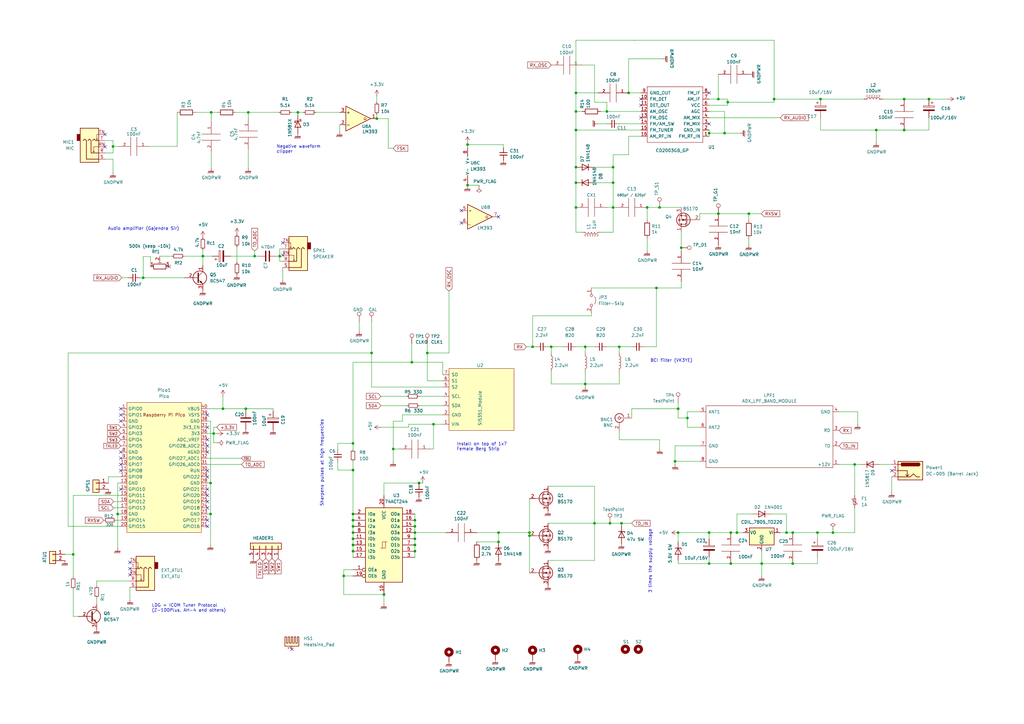
<source format=kicad_sch>
(kicad_sch (version 20211123) (generator eeschema)
  (paper "A3")
  (title_block (title "PDX++ - Pi Pico based DIGITAL MODES HF Transceiver") (date "2022-10-13") (rev "v0.07") (company "WB2CBA, VU3CER"))
  (junction (at 307.1368 87.63))
  (junction (at 290.83 218.44))
  (junction (at 30.0228 227.3808))
  (junction (at 170.18 223.52))
  (junction (at 322.58 218.44))
  (junction (at 144.78 213.36))
  (junction (at 236.22 85.09))
  (junction (at 170.18 226.06))
  (junction (at 144.78 181.864))
  (junction (at 281.94 171.45))
  (junction (at 236.22 53.34))
  (junction (at 218.44 142.24))
  (junction (at 86.36 210.82))
  (junction (at 46.355 60.071))
  (junction (at 248.92 45.72))
  (junction (at 217.17 219.71))
  (junction (at 341.63 218.44))
  (junction (at 170.18 215.9))
  (junction (at 170.18 213.36))
  (junction (at 240.03 157.48))
  (junction (at 86.36 198.12))
  (junction (at 276.86 189.23))
  (junction (at 226.06 142.24))
  (junction (at 171.8564 198.12))
  (junction (at 312.42 231.14))
  (junction (at 325.12 231.14))
  (junction (at 83.2104 105.0544))
  (junction (at 157.48 243.84))
  (junction (at 251.46 68.58))
  (junction (at 191.77 59.309))
  (junction (at 217.17 218.44))
  (junction (at 251.46 74.93))
  (junction (at 297.18 54.61))
  (junction (at 254.9144 214.63))
  (junction (at 350.52 190.5))
  (junction (at 154.559 48.641))
  (junction (at 236.22 45.72))
  (junction (at 265.43 85.09))
  (junction (at 240.03 142.24))
  (junction (at 204.47 222.25))
  (junction (at 251.46 85.09))
  (junction (at 325.12 218.44))
  (junction (at 254 142.24))
  (junction (at 298.45 41.91))
  (junction (at 317.5 40.64))
  (junction (at 91.44 167.64))
  (junction (at 100.838 167.64))
  (junction (at 48.26 210.82))
  (junction (at 370.84 53.34))
  (junction (at 278.13 167.64))
  (junction (at 381 40.64))
  (junction (at 370.84 40.64))
  (junction (at 87.63 177.8))
  (junction (at 236.22 74.93))
  (junction (at 144.78 192.786))
  (junction (at 279.4 101.6))
  (junction (at 250.19 214.63))
  (junction (at 168.91 148.59))
  (junction (at 144.78 218.44))
  (junction (at 175.26 144.78))
  (junction (at 302.26 218.44))
  (junction (at 236.22 38.1))
  (junction (at 161.29 184.15))
  (junction (at 335.28 218.44))
  (junction (at 243.84 214.63))
  (junction (at 170.18 220.98))
  (junction (at 122.174 46.101))
  (junction (at 177.8 173.99))
  (junction (at 299.72 218.44))
  (junction (at 299.72 231.14))
  (junction (at 191.77 75.946))
  (junction (at 294.64 40.64))
  (junction (at 278.13 218.44))
  (junction (at 104.4448 105.0544))
  (junction (at 144.78 210.82))
  (junction (at 144.78 215.9))
  (junction (at 114.7064 105.0544))
  (junction (at 236.22 68.58))
  (junction (at 359.41 53.34))
  (junction (at 336.55 40.64))
  (junction (at 152.4 144.78))
  (junction (at 290.83 231.14))
  (junction (at 140.97 236.22))
  (junction (at 86.614 46.101))
  (junction (at 170.18 218.44))
  (junction (at 290.83 54.61))
  (junction (at 257.81 38.1))
  (junction (at 101.854 46.101))
  (junction (at 144.78 223.52))
  (junction (at 294.64 87.63))
  (junction (at 269.24 118.11))
  (junction (at 270.51 85.09))
  (junction (at 58.7248 113.9444))
  (junction (at 144.78 226.06))
  (junction (at 144.78 220.98))
  (junction (at 204.47 218.44))
  (no_connect (at 49.53 172.72))
  (no_connect (at 115.9764 104.648))
  (no_connect (at 262.89 40.64))
  (no_connect (at 262.89 43.18))
  (no_connect (at 262.89 48.26))
  (no_connect (at 290.83 38.1))
  (no_connect (at 53.2892 235.7628))
  (no_connect (at 85.09 175.26))
  (no_connect (at 85.09 180.34))
  (no_connect (at 85.09 193.04))
  (no_connect (at 69.342 109.3216))
  (no_connect (at 49.53 187.96))
  (no_connect (at 49.53 190.5))
  (no_connect (at 115.9764 99.568))
  (no_connect (at 53.2892 230.6828))
  (no_connect (at 43.053 55.118))
  (no_connect (at 85.09 185.42))
  (no_connect (at 49.53 167.64))
  (no_connect (at 85.09 203.2))
  (no_connect (at 85.09 200.66))
  (no_connect (at 85.09 195.58))
  (no_connect (at 365.76 193.04))
  (no_connect (at 49.53 200.66))
  (no_connect (at 119.7356 266.2936))
  (no_connect (at 189.23 91.44))
  (no_connect (at 204.47 88.9))
  (no_connect (at 189.23 86.36))
  (no_connect (at 49.53 193.04))
  (no_connect (at 85.09 182.88))
  (no_connect (at 85.09 205.74))
  (no_connect (at 85.09 208.28))
  (no_connect (at 290.83 50.8))
  (no_connect (at 49.53 170.18))
  (no_connect (at 43.053 60.198))
  (no_connect (at 85.09 213.36))
  (no_connect (at 85.09 215.9))
  (no_connect (at 49.53 185.42))
  (no_connect (at 53.2892 233.2228))
  (no_connect (at 85.09 170.18))
  (wire (pts (xy 157.48 243.84) (xy 157.48 247.65)))
  (wire (pts (xy 226.06 152.4) (xy 226.06 157.48)))
  (wire (pts (xy 161.29 172.72) (xy 161.29 184.15)))
  (wire (pts (xy 144.78 220.98) (xy 144.78 223.52)))
  (wire (pts (xy 251.46 85.09) (xy 251.46 74.93)))
  (wire (pts (xy 246.38 45.72) (xy 248.92 45.72)))
  (wire (pts (xy 204.47 218.44) (xy 217.17 218.44)))
  (wire (pts (xy 259.08 171.45) (xy 259.08 167.64)))
  (wire (pts (xy 290.83 231.14) (xy 290.83 228.6)))
  (wire (pts (xy 236.22 85.09) (xy 236.22 95.25)))
  (wire (pts (xy 294.64 30.48) (xy 294.64 40.64)))
  (wire (pts (xy 243.84 68.58) (xy 251.46 68.58)))
  (wire (pts (xy 191.77 75.946) (xy 196.469 75.946)))
  (wire (pts (xy 112.014 168.5544) (xy 112.014 167.64)))
  (wire (pts (xy 138.557 189.484) (xy 138.557 192.786)))
  (wire (pts (xy 243.84 199.39) (xy 243.84 214.63)))
  (wire (pts (xy 243.84 41.91) (xy 248.92 41.91)))
  (wire (pts (xy 297.18 54.61) (xy 290.83 54.61)))
  (wire (pts (xy 154.559 46.99) (xy 154.559 48.641)))
  (wire (pts (xy 320.04 218.44) (xy 322.58 218.44)))
  (wire (pts (xy 75.5904 105.0544) (xy 83.2104 105.0544)))
  (wire (pts (xy 170.18 220.98) (xy 170.18 223.52)))
  (wire (pts (xy 30.0228 203.2) (xy 30.0228 227.3808)))
  (wire (pts (xy 154.559 39.497) (xy 154.559 41.91)))
  (wire (pts (xy 181.61 170.18) (xy 165.1 170.18)))
  (wire (pts (xy 238.76 45.72) (xy 236.22 45.72)))
  (wire (pts (xy 65.532 105.0544) (xy 65.532 105.5116)))
  (wire (pts (xy 254.9144 215.4428) (xy 254.9144 214.63)))
  (wire (pts (xy 44.45 195.58) (xy 44.45 198.12)))
  (wire (pts (xy 85.09 198.12) (xy 86.36 198.12)))
  (wire (pts (xy 246.38 95.25) (xy 251.46 95.25)))
  (wire (pts (xy 58.7248 113.9444) (xy 75.5904 113.9444)))
  (wire (pts (xy 156.21 166.37) (xy 166.9288 166.37)))
  (wire (pts (xy 381 40.64) (xy 388.62 40.64)))
  (wire (pts (xy 96.774 46.101) (xy 101.854 46.101)))
  (wire (pts (xy 159.258 60.833) (xy 161.29 60.833)))
  (wire (pts (xy 191.77 59.309) (xy 206.502 59.309)))
  (wire (pts (xy 85.09 187.96) (xy 99.06 187.96)))
  (wire (pts (xy 46.355 65.278) (xy 46.355 70.866)))
  (wire (pts (xy 281.94 168.91) (xy 287.02 168.91)))
  (wire (pts (xy 238.76 26.67) (xy 243.84 26.67)))
  (wire (pts (xy 270.51 184.15) (xy 270.51 180.34)))
  (wire (pts (xy 317.5 16.51) (xy 317.5 40.64)))
  (wire (pts (xy 365.76 195.58) (xy 365.76 201.93)))
  (wire (pts (xy 144.78 148.59) (xy 144.78 181.864)))
  (wire (pts (xy 269.24 118.11) (xy 279.4 118.11)))
  (wire (pts (xy 172.0088 166.37) (xy 181.61 166.37)))
  (wire (pts (xy 173.3804 198.0184) (xy 173.3804 198.12)))
  (wire (pts (xy 171.8564 198.12) (xy 173.3804 198.12)))
  (wire (pts (xy 113.538 105.0544) (xy 114.7064 105.0544)))
  (wire (pts (xy 27.94 144.78) (xy 152.4 144.78)))
  (wire (pts (xy 181.61 158.75) (xy 152.4 158.75)))
  (wire (pts (xy 269.24 118.11) (xy 269.24 142.24)))
  (wire (pts (xy 317.5 40.64) (xy 336.55 40.64)))
  (wire (pts (xy 85.09 177.8) (xy 87.63 177.8)))
  (wire (pts (xy 281.94 171.45) (xy 278.13 171.45)))
  (wire (pts (xy 191.77 75.692) (xy 191.77 75.946)))
  (wire (pts (xy 243.84 214.63) (xy 243.84 229.87)))
  (wire (pts (xy 344.17 190.5) (xy 350.52 190.5)))
  (wire (pts (xy 254 50.8) (xy 262.89 50.8)))
  (wire (pts (xy 83.2104 102.5144) (xy 83.2104 105.0544)))
  (wire (pts (xy 281.94 168.91) (xy 281.94 171.45)))
  (wire (pts (xy 175.26 140.97) (xy 175.26 144.78)))
  (wire (pts (xy 49.53 198.12) (xy 48.26 198.12)))
  (wire (pts (xy 217.17 218.44) (xy 217.17 219.71)))
  (wire (pts (xy 86.614 46.101) (xy 86.614 49.911)))
  (wire (pts (xy 317.5 40.64) (xy 317.5 41.91)))
  (wire (pts (xy 163.83 184.15) (xy 161.29 184.15)))
  (wire (pts (xy 270.51 85.09) (xy 265.43 85.09)))
  (wire (pts (xy 39.6748 238.3028) (xy 39.6748 240.2332)))
  (wire (pts (xy 86.36 210.82) (xy 86.36 223.52)))
  (wire (pts (xy 30.0228 203.2) (xy 49.53 203.2)))
  (wire (pts (xy 218.44 129.54) (xy 242.57 129.54)))
  (wire (pts (xy 312.42 231.14) (xy 299.72 231.14)))
  (wire (pts (xy 30.0228 252.8316) (xy 32.0548 252.8316)))
  (wire (pts (xy 115.9764 102.108) (xy 114.7064 102.108)))
  (wire (pts (xy 168.91 148.59) (xy 181.61 148.59)))
  (wire (pts (xy 138.557 192.786) (xy 144.78 192.786)))
  (wire (pts (xy 278.13 231.14) (xy 290.83 231.14)))
  (wire (pts (xy 287.02 87.63) (xy 294.64 87.63)))
  (wire (pts (xy 312.42 226.06) (xy 312.42 231.14)))
  (wire (pts (xy 157.48 198.12) (xy 157.48 203.2)))
  (wire (pts (xy 290.83 218.44) (xy 299.72 218.44)))
  (wire (pts (xy 336.55 53.34) (xy 359.41 53.34)))
  (wire (pts (xy 336.55 40.64) (xy 354.33 40.64)))
  (wire (pts (xy 94.6404 105.0544) (xy 104.4448 105.0544)))
  (wire (pts (xy 43.053 57.658) (xy 46.355 57.658)))
  (wire (pts (xy 144.78 233.68) (xy 140.97 233.68)))
  (wire (pts (xy 46.355 60.071) (xy 48.514 60.071)))
  (wire (pts (xy 144.78 215.9) (xy 144.78 213.36)))
  (wire (pts (xy 278.13 167.64) (xy 278.13 171.45)))
  (wire (pts (xy 46.355 60.071) (xy 46.355 62.738)))
  (wire (pts (xy 370.84 40.64) (xy 381 40.64)))
  (wire (pts (xy 144.78 192.786) (xy 144.78 210.82)))
  (wire (pts (xy 279.4 115.57) (xy 279.4 118.11)))
  (wire (pts (xy 236.22 53.34) (xy 236.22 45.72)))
  (wire (pts (xy 195.58 218.44) (xy 204.47 218.44)))
  (wire (pts (xy 254.9144 214.63) (xy 259.08 214.63)))
  (wire (pts (xy 85.09 210.82) (xy 86.36 210.82)))
  (wire (pts (xy 265.43 97.79) (xy 265.43 102.87)))
  (wire (pts (xy 240.03 142.24) (xy 243.84 142.24)))
  (wire (pts (xy 204.47 222.25) (xy 195.58 222.25)))
  (wire (pts (xy 87.63 177.8) (xy 87.63 181.61)))
  (wire (pts (xy 236.22 68.58) (xy 236.22 53.34)))
  (wire (pts (xy 72.644 46.101) (xy 72.644 60.071)))
  (wire (pts (xy 168.91 148.59) (xy 168.91 140.97)))
  (wire (pts (xy 254 152.4) (xy 254 157.48)))
  (wire (pts (xy 248.92 142.24) (xy 254 142.24)))
  (wire (pts (xy 122.174 47.117) (xy 122.174 46.101)))
  (wire (pts (xy 276.86 189.23) (xy 276.86 190.5)))
  (wire (pts (xy 85.09 172.72) (xy 86.36 172.72)))
  (wire (pts (xy 236.22 142.24) (xy 240.03 142.24)))
  (wire (pts (xy 215.9 142.24) (xy 218.44 142.24)))
  (wire (pts (xy 224.79 214.63) (xy 243.84 214.63)))
  (wire (pts (xy 302.26 218.44) (xy 304.8 218.44)))
  (wire (pts (xy 43.053 65.278) (xy 46.355 65.278)))
  (wire (pts (xy 242.57 129.54) (xy 242.57 128.27)))
  (wire (pts (xy 61.722 109.3216) (xy 61.722 105.2068)))
  (wire (pts (xy 307.1368 97.9424) (xy 307.1368 100.4824)))
  (wire (pts (xy 87.63 177.8) (xy 87.63 175.26)))
  (wire (pts (xy 276.86 182.88) (xy 276.86 189.23)))
  (wire (pts (xy 168.91 148.59) (xy 144.78 148.59)))
  (wire (pts (xy 86.36 198.12) (xy 86.36 210.82)))
  (wire (pts (xy 360.68 190.5) (xy 365.76 190.5)))
  (wire (pts (xy 144.78 210.82) (xy 144.78 213.36)))
  (wire (pts (xy 281.94 175.26) (xy 287.02 175.26)))
  (wire (pts (xy 191.77 58.674) (xy 191.77 59.309)))
  (wire (pts (xy 100.838 167.64) (xy 100.838 168.402)))
  (wire (pts (xy 359.41 58.42) (xy 359.41 53.34)))
  (wire (pts (xy 290.83 43.18) (xy 298.45 43.18)))
  (wire (pts (xy 322.58 210.82) (xy 322.58 218.44)))
  (wire (pts (xy 157.48 198.12) (xy 171.8564 198.12)))
  (wire (pts (xy 167.64 175.26) (xy 167.64 173.99)))
  (wire (pts (xy 370.84 40.64) (xy 361.95 40.64)))
  (wire (pts (xy 58.7248 105.2068) (xy 58.7248 113.9444)))
  (wire (pts (xy 303.53 54.61) (xy 297.18 54.61)))
  (wire (pts (xy 335.28 231.14) (xy 325.12 231.14)))
  (wire (pts (xy 154.559 48.641) (xy 159.258 48.641)))
  (wire (pts (xy 254 176.53) (xy 254 180.34)))
  (wire (pts (xy 290.83 45.72) (xy 297.18 45.72)))
  (wire (pts (xy 279.4 85.09) (xy 270.51 85.09)))
  (wire (pts (xy 26.67 227.3808) (xy 30.0228 227.3808)))
  (wire (pts (xy 48.26 210.82) (xy 49.53 210.82)))
  (wire (pts (xy 156.21 162.56) (xy 166.7764 162.56)))
  (wire (pts (xy 52.4764 113.9444) (xy 49.9364 113.9444)))
  (wire (pts (xy 344.17 168.91) (xy 351.79 168.91)))
  (wire (pts (xy 335.28 218.44) (xy 341.63 218.44)))
  (wire (pts (xy 48.26 198.12) (xy 48.26 210.82)))
  (wire (pts (xy 294.64 87.63) (xy 307.1368 87.63)))
  (wire (pts (xy 279.4 101.6) (xy 279.4 102.87)))
  (wire (pts (xy 287.02 87.63) (xy 287.02 90.17)))
  (wire (pts (xy 335.28 228.6) (xy 335.28 231.14)))
  (wire (pts (xy 165.1 170.18) (xy 165.1 172.72)))
  (wire (pts (xy 278.13 222.25) (xy 278.13 218.44)))
  (wire (pts (xy 217.17 219.71) (xy 217.17 234.95)))
  (wire (pts (xy 240.03 142.24) (xy 240.03 144.78)))
  (wire (pts (xy 170.18 220.98) (xy 170.18 218.44)))
  (wire (pts (xy 129.54 46.101) (xy 139.319 46.101)))
  (wire (pts (xy 115.9764 107.188) (xy 114.7064 107.188)))
  (wire (pts (xy 248.92 85.09) (xy 251.46 85.09)))
  (wire (pts (xy 86.614 46.101) (xy 89.154 46.101)))
  (wire (pts (xy 299.72 231.14) (xy 290.83 231.14)))
  (wire (pts (xy 191.77 59.309) (xy 191.77 60.452)))
  (wire (pts (xy 53.2892 238.3028) (xy 39.6748 238.3028)))
  (wire (pts (xy 85.09 167.64) (xy 91.44 167.64)))
  (wire (pts (xy 115.9764 109.728) (xy 115.9764 114.808)))
  (wire (pts (xy 381 48.26) (xy 381 53.34)))
  (wire (pts (xy 297.18 45.72) (xy 297.18 54.61)))
  (wire (pts (xy 65.532 105.0544) (xy 70.5104 105.0544)))
  (wire (pts (xy 48.26 210.82) (xy 48.26 224.79)))
  (wire (pts (xy 251.46 74.93) (xy 251.46 68.58)))
  (wire (pts (xy 251.46 68.58) (xy 251.46 63.5)))
  (wire (pts (xy 370.84 53.34) (xy 381 53.34)))
  (wire (pts (xy 182.88 218.44) (xy 170.18 218.44)))
  (wire (pts (xy 242.57 118.11) (xy 269.24 118.11)))
  (wire (pts (xy 144.78 215.9) (xy 144.78 218.44)))
  (wire (pts (xy 370.84 53.34) (xy 359.41 53.34)))
  (wire (pts (xy 171.8564 162.56) (xy 181.61 162.56)))
  (wire (pts (xy 204.47 218.44) (xy 204.47 222.25)))
  (wire (pts (xy 44.45 195.58) (xy 49.53 195.58)))
  (wire (pts (xy 47.5996 213.36) (xy 49.53 213.36)))
  (wire (pts (xy 278.13 218.44) (xy 290.83 218.44)))
  (wire (pts (xy 278.13 229.87) (xy 278.13 231.14)))
  (wire (pts (xy 147.32 132.08) (xy 147.32 135.89)))
  (wire (pts (xy 243.84 229.87) (xy 224.79 229.87)))
  (wire (pts (xy 144.78 220.98) (xy 144.78 218.44)))
  (wire (pts (xy 170.18 215.9) (xy 170.18 218.44)))
  (wire (pts (xy 243.84 214.63) (xy 250.19 214.63)))
  (wire (pts (xy 350.52 190.5) (xy 350.52 203.2)))
  (wire (pts (xy 279.4 95.25) (xy 279.4 101.6)))
  (wire (pts (xy 250.19 214.63) (xy 254.9144 214.63)))
  (wire (pts (xy 290.83 53.34) (xy 290.83 54.61)))
  (wire (pts (xy 259.08 167.64) (xy 278.13 167.64)))
  (wire (pts (xy 226.06 144.78) (xy 226.06 142.24)))
  (wire (pts (xy 156.21 175.26) (xy 167.64 175.26)))
  (wire (pts (xy 196.469 75.946) (xy 196.469 76.327)))
  (wire (pts (xy 312.42 231.14) (xy 325.12 231.14)))
  (wire (pts (xy 191.77 75.946) (xy 191.77 76.327)))
  (wire (pts (xy 236.22 38.1) (xy 245.11 38.1)))
  (wire (pts (xy 91.44 162.56) (xy 91.44 167.64)))
  (wire (pts (xy 254 142.24) (xy 254 144.78)))
  (wire (pts (xy 265.43 90.17) (xy 265.43 85.09)))
  (wire (pts (xy 245.11 50.8) (xy 248.92 50.8)))
  (wire (pts (xy 248.92 41.91) (xy 248.92 45.72)))
  (wire (pts (xy 299.72 218.44) (xy 302.26 218.44)))
  (wire (pts (xy 138.557 181.864) (xy 144.78 181.864)))
  (wire (pts (xy 46.355 57.658) (xy 46.355 60.071)))
  (wire (pts (xy 97.1804 101.2444) (xy 97.1804 107.5944)))
  (wire (pts (xy 27.94 144.78) (xy 27.94 215.9)))
  (wire (pts (xy 218.44 142.24) (xy 218.44 129.54)))
  (wire (pts (xy 298.45 40.64) (xy 294.64 40.64)))
  (wire (pts (xy 39.6748 245.3132) (xy 39.6748 247.7516)))
  (wire (pts (xy 298.45 40.64) (xy 298.45 41.91)))
  (wire (pts (xy 46.5328 208.28) (xy 49.53 208.28)))
  (wire (pts (xy 257.81 55.88) (xy 262.89 55.88)))
  (wire (pts (xy 152.4 144.78) (xy 152.4 158.75)))
  (wire (pts (xy 181.61 148.59) (xy 181.61 153.67)))
  (wire (pts (xy 140.97 236.22) (xy 140.97 243.84)))
  (wire (pts (xy 307.1368 90.3224) (xy 307.1368 87.63)))
  (wire (pts (xy 175.26 144.78) (xy 175.26 156.21)))
  (wire (pts (xy 290.83 55.88) (xy 290.83 54.61)))
  (wire (pts (xy 177.8 184.15) (xy 177.8 173.99)))
  (wire (pts (xy 104.4448 105.0544) (xy 105.918 105.0544)))
  (wire (pts (xy 159.258 48.641) (xy 159.258 60.833)))
  (wire (pts (xy 307.1368 87.63) (xy 312.2676 87.63)))
  (wire (pts (xy 144.78 181.864) (xy 144.78 184.277)))
  (wire (pts (xy 262.89 38.1) (xy 257.81 38.1)))
  (wire (pts (xy 336.55 48.26) (xy 336.55 53.34)))
  (wire (pts (xy 61.722 105.2068) (xy 58.7248 105.2068)))
  (wire (pts (xy 264.16 142.24) (xy 269.24 142.24)))
  (wire (pts (xy 240.03 157.48) (xy 240.03 152.4)))
  (wire (pts (xy 30.0228 241.7572) (xy 30.0228 252.8316)))
  (wire (pts (xy 325.12 218.44) (xy 335.28 218.44)))
  (wire (pts (xy 104.4448 102.9208) (xy 104.4448 105.0544)))
  (wire (pts (xy 87.63 181.61) (xy 88.9 181.61)))
  (wire (pts (xy 144.78 226.06) (xy 144.78 228.6)))
  (wire (pts (xy 236.22 45.72) (xy 236.22 38.1)))
  (wire (pts (xy 243.84 26.67) (xy 243.84 41.91)))
  (wire (pts (xy 254 157.48) (xy 240.03 157.48)))
  (wire (pts (xy 43.053 62.738) (xy 46.355 62.738)))
  (wire (pts (xy 312.42 236.22) (xy 312.42 231.14)))
  (wire (pts (xy 170.18 215.9) (xy 170.18 213.36)))
  (wire (pts (xy 206.502 60.579) (xy 206.502 59.309)))
  (wire (pts (xy 140.97 233.68) (xy 140.97 236.22)))
  (wire (pts (xy 122.174 46.101) (xy 124.46 46.101)))
  (wire (pts (xy 101.854 61.341) (xy 101.854 68.961)))
  (wire (pts (xy 85.09 190.5) (xy 99.06 190.5)))
  (wire (pts (xy 236.22 85.09) (xy 236.22 74.93)))
  (wire (pts (xy 351.79 168.91) (xy 351.79 173.99)))
  (wire (pts (xy 278.13 165.1) (xy 278.13 167.64)))
  (wire (pts (xy 152.4 132.08) (xy 152.4 144.78)))
  (wire (pts (xy 251.46 63.5) (xy 257.81 63.5)))
  (wire (pts (xy 87.63 177.8) (xy 88.9 177.8)))
  (wire (pts (xy 53.2892 240.8428) (xy 53.2892 245.9228)))
  (wire (pts (xy 236.22 74.93) (xy 236.22 68.58)))
  (wire (pts (xy 317.5 41.91) (xy 298.45 41.91)))
  (wire (pts (xy 257.81 63.5) (xy 257.81 55.88)))
  (wire (pts (xy 350.52 208.28) (xy 350.52 218.44)))
  (wire (pts (xy 290.83 220.98) (xy 290.83 218.44)))
  (wire (pts (xy 238.76 95.25) (xy 236.22 95.25)))
  (wire (pts (xy 287.02 182.88) (xy 276.86 182.88)))
  (wire (pts (xy 176.53 184.15) (xy 177.8 184.15)))
  (wire (pts (xy 86.614 62.611) (xy 86.614 68.961)))
  (wire (pts (xy 138.557 184.404) (xy 138.557 181.864)))
  (wire (pts (xy 243.84 74.93) (xy 251.46 74.93)))
  (wire (pts (xy 287.02 189.23) (xy 276.86 189.23)))
  (wire (pts (xy 165.1 172.72) (xy 161.29 172.72)))
  (wire (pts (xy 281.94 171.45) (xy 281.94 175.26)))
  (wire (pts (xy 226.06 142.24) (xy 231.14 142.24)))
  (wire (pts (xy 240.03 157.48) (xy 240.03 158.75)))
  (wire (pts (xy 224.79 142.24) (xy 226.06 142.24)))
  (wire (pts (xy 335.28 220.98) (xy 335.28 218.44)))
  (wire (pts (xy 177.8 173.99) (xy 181.61 173.99)))
  (wire (pts (xy 175.26 156.21) (xy 181.61 156.21)))
  (wire (pts (xy 298.45 41.91) (xy 298.45 43.18)))
  (wire (pts (xy 139.319 51.181) (xy 139.319 54.102)))
  (wire (pts (xy 87.63 175.26) (xy 88.9 175.26)))
  (wire (pts (xy 251.46 85.09) (xy 251.46 95.25)))
  (wire (pts (xy 254 180.34) (xy 270.51 180.34)))
  (wire (pts (xy 290.83 48.26) (xy 320.04 48.26)))
  (wire (pts (xy 161.29 184.15) (xy 161.29 189.23)))
  (wire (pts (xy 170.18 226.06) (xy 170.18 223.52)))
  (wire (pts (xy 251.46 85.09) (xy 252.73 85.09)))
  (wire (pts (xy 350.52 190.5) (xy 353.06 190.5)))
  (wire (pts (xy 91.44 167.64) (xy 100.838 167.64)))
  (wire (pts (xy 302.26 218.44) (xy 302.26 210.82)))
  (wire (pts (xy 171.8564 198.7296) (xy 171.8564 198.12)))
  (wire (pts (xy 101.854 46.101) (xy 114.427 46.101)))
  (wire (pts (xy 294.64 40.64) (xy 290.83 40.64)))
  (wire (pts (xy 254 142.24) (xy 259.08 142.24)))
  (wire (pts (xy 248.92 45.72) (xy 262.89 45.72)))
  (wire (pts (xy 86.36 172.72) (xy 86.36 198.12)))
  (wire (pts (xy 236.22 53.34) (xy 262.89 53.34)))
  (wire (pts (xy 114.7064 102.108) (xy 114.7064 105.0544)))
  (wire (pts (xy 170.18 226.06) (xy 170.18 228.6)))
  (wire (pts (xy 114.7064 105.0544) (xy 114.7064 107.188)))
  (wire (pts (xy 224.79 199.39) (xy 243.84 199.39)))
  (wire (pts (xy 226.06 157.48) (xy 240.03 157.48)))
  (wire (pts (xy 30.0228 227.3808) (xy 30.0228 236.6772)))
  (wire (pts (xy 61.214 60.071) (xy 72.644 60.071)))
  (wire (pts (xy 184.15 144.78) (xy 184.15 119.38)))
  (wire (pts (xy 322.58 218.44) (xy 325.12 218.44)))
  (wire (pts (xy 341.63 217.17) (xy 341.63 218.44)))
  (wire (pts (xy 218.44 142.24) (xy 219.71 142.24)))
  (wire (pts (xy 236.22 38.1) (xy 236.22 16.51)))
  (wire (pts (xy 236.22 16.51) (xy 317.5 16.51)))
  (wire (pts (xy 175.26 144.78) (xy 184.15 144.78)))
  (wire (pts (xy 122.174 46.101) (xy 119.507 46.101)))
  (wire (pts (xy 257.81 24.13) (xy 271.78 24.13)))
  (wire (pts (xy 83.2104 105.0544) (xy 83.2104 108.8644)))
  (wire (pts (xy 144.78 223.52) (xy 144.78 226.06)))
  (wire (pts (xy 140.97 243.84) (xy 157.48 243.84)))
  (wire (pts (xy 167.64 173.99) (xy 177.8 173.99)))
  (wire (pts (xy 257.81 38.1) (xy 257.81 24.13)))
  (wire (pts (xy 86.614 46.101) (xy 80.264 46.101)))
  (wire (pts (xy 341.63 218.44) (xy 350.52 218.44)))
  (wire (pts (xy 170.18 210.82) (xy 170.18 213.36)))
  (wire (pts (xy 100.838 167.64) (xy 112.014 167.64)))
  (wire (pts (xy 144.78 189.357) (xy 144.78 192.786)))
  (wire (pts (xy 101.854 46.101) (xy 101.854 48.641)))
  (wire (pts (xy 316.23 210.82) (xy 322.58 210.82)))
  (wire (pts (xy 217.17 204.47) (xy 217.17 218.44)))
  (wire (pts (xy 83.2104 105.0544) (xy 87.0204 105.0544)))
  (wire (pts (xy 57.5564 113.9444) (xy 58.7248 113.9444)))
  (wire (pts (xy 144.78 236.22) (xy 140.97 236.22)))
  (wire (pts (xy 302.26 210.82) (xy 308.61 210.82)))
  (wire (pts (xy 27.94 215.9) (xy 49.53 215.9)))
  (wire (pts (xy 46.5836 205.74) (xy 49.53 205.74)))
  (text "Install on top of 1x7 \nFemale Berg Strip" (at 187.2488 185.0136 0) (effects (font (size 1.27 1.27)) (justify left bottom)))
  (text "Audio amplifier (Gajendra Sir)" (at 44.196 94.615 0) (effects (font (size 1.27 1.27)) (justify left bottom)))
  (text "Sharpens pulses at high frequencies" (at 132.7912 172.0088 270) (effects (font (size 1.27 1.27)) (justify right bottom)))
  (text "Negative waveform\nclipper" (at 113.411 62.992 0) (effects (font (size 1.27 1.27)) (justify left bottom)))
  (text "LDG + ICOM Tuner Protocol\n(Z-100Plus, AH-4 and others)" (at 62.23 251.206 0) (effects (font (size 1.27 1.27)) (justify left bottom)))
  (text "BCI filter (VK3YE)" (at 266.7 148.717 0) (effects (font (size 1.27 1.27)) (justify left bottom)))
  (text "3 times the supply voltage" (at 267.4112 243.3828 90) (effects (font (size 1.27 1.27)) (justify left bottom)))
  (global_label "SDA" (shape input) (at 46.5836 205.74 180) (property "Intersheet References" "${INTERSHEET_REFS}" (effects hide)))
  (global_label "RX_AUDIO" (shape input) (at 320.04 48.26 0) (property "Intersheet References" "${INTERSHEET_REFS}" (effects hide)))
  (global_label "TXLED" (shape input) (at 49.53 182.88 180) (effects (font (size 1.1 1.1))) (property "Intersheet References" "${INTERSHEET_REFS}" (effects hide)))
  (global_label "SW1" (shape input) (at 49.53 175.26 180) (effects (font (size 1.1 1.1))) (property "Intersheet References" "${INTERSHEET_REFS}" (effects hide)))
  (global_label "SW2" (shape input) (at 111.5568 229.0826 270) (property "Intersheet References" "${INTERSHEET_REFS}" (effects hide)))
  (global_label "SW2" (shape input) (at 49.53 177.8 180) (effects (font (size 1.1 1.1))) (property "Intersheet References" "${INTERSHEET_REFS}" (effects hide)))
  (global_label "TD_IN" (shape input) (at 259.08 214.63 0) (property "Intersheet References" "${INTERSHEET_REFS}" (effects hide)))
  (global_label "FSK" (shape input) (at 99.06 187.96 0) (effects (font (size 0.762 0.762))) (property "Intersheet References" "${INTERSHEET_REFS}" (effects hide)))
  (global_label "RXSW" (shape input) (at 42.5196 213.36 180) (property "Intersheet References" "${INTERSHEET_REFS}" (effects hide)))
  (global_label "TXLED" (shape input) (at 106.4768 229.0826 270) (property "Intersheet References" "${INTERSHEET_REFS}" (effects hide)))
  (global_label "+3.3V" (shape input) (at 88.9 175.26 0) (property "Intersheet References" "${INTERSHEET_REFS}" (effects hide)))
  (global_label "FSK" (shape input) (at 161.29 60.833 0) (property "Intersheet References" "${INTERSHEET_REFS}" (effects hide)))
  (global_label "SCL" (shape input) (at 156.21 162.56 180) (property "Intersheet References" "${INTERSHEET_REFS}" (effects hide)))
  (global_label "TO_ADC" (shape input) (at 104.4448 102.9208 90) (property "Intersheet References" "${INTERSHEET_REFS}" (effects hide)))
  (global_label "TO_ADC" (shape input) (at 99.06 190.5 0) (property "Intersheet References" "${INTERSHEET_REFS}" (effects hide)))
  (global_label "SW3" (shape input) (at 49.53 180.34 180) (effects (font (size 1.1 1.1))) (property "Intersheet References" "${INTERSHEET_REFS}" (effects hide)))
  (global_label "SW3" (shape input) (at 109.0168 229.0826 270) (property "Intersheet References" "${INTERSHEET_REFS}" (effects hide)))
  (global_label "SDA" (shape input) (at 156.21 166.37 180) (property "Intersheet References" "${INTERSHEET_REFS}" (effects hide)))
  (global_label "SW1" (shape input) (at 114.0968 229.0826 270) (property "Intersheet References" "${INTERSHEET_REFS}" (effects hide)))
  (global_label "RX" (shape input) (at 215.9 142.24 180) (property "Intersheet References" "${INTERSHEET_REFS}" (effects hide)))
  (global_label "TD_IN" (shape input) (at 344.17 182.88 0) (property "Intersheet References" "${INTERSHEET_REFS}" (effects hide)))
  (global_label "SCL" (shape input) (at 46.5328 208.28 180) (property "Intersheet References" "${INTERSHEET_REFS}" (effects hide)))
  (global_label "RXSW" (shape input) (at 312.2676 87.63 0) (property "Intersheet References" "${INTERSHEET_REFS}" (effects hide)))
  (global_label "RX_OSC" (shape input) (at 226.06 26.67 180) (property "Intersheet References" "${INTERSHEET_REFS}" (effects hide)))
  (global_label "RX" (shape input) (at 344.17 176.53 0) (property "Intersheet References" "${INTERSHEET_REFS}" (effects hide)))
  (global_label "RX_AUDIO" (shape input) (at 49.9364 113.9444 180) (property "Intersheet References" "${INTERSHEET_REFS}" (effects hide)))
  (global_label "RX_OSC" (shape input) (at 184.15 119.38 90) (property "Intersheet References" "${INTERSHEET_REFS}" (effects hide)))
  (symbol (lib_id "pspice:CAP") (at 189.23 218.44 270) (unit 1)
    (property "Reference" "C22" (at 189.23 210.439 90))
    (property "Value" "100nF" (at 189.23 212.7504 90))
    (property "Footprint" "Capacitor_THT:C_Disc_D3.0mm_W1.6mm_P2.50mm" (effects hide))
  )
  (symbol (lib_id "ADX-rescue:SI535X_Module-VFO-ESP-WSPR-PCB-TTL-PA_FINAL-rescue-DIGI_UNO_TX-rescue-DTX-rescue") (at 196.85 163.83 0) (unit 1)
    (property "Reference" "U2" (at 195.58 149.86 0) (effects (justify left)))
    (property "Value" "SI5351_Module" (at 196.85 174.625 90) (effects (justify left)))
    (property "Footprint" "VFO_footprint:SI5351 Module_Vertical" (effects hide))
  )
  (symbol (lib_id "power:GNDPWR") (at 270.51 184.15 0) (mirror y) (unit 1)
    (property "Reference" "#PWR0106" (effects hide))
    (property "Value" "GNDPWR" (effects hide))
  )
  (symbol (lib_id "74xx:74LS244") (at 157.48 223.52 0) (unit 1)
    (property "Reference" "U3" (at 162.56 203.2 0))
    (property "Value" "74ACT244" (at 162.56 205.74 0))
    (property "Footprint" "Package_DIP:DIP-20_W7.62mm_LongPads" (effects hide))
    (property "Datasheet" "http://www.ti.com/lit/gpn/sn74LS244" (effects hide))
  )
  (symbol (lib_id "power:GNDPWR") (at 157.48 247.65 0) (unit 1)
    (property "Reference" "#PWR0107" (effects hide))
    (property "Value" "GNDPWR" (effects hide))
  )
  (symbol (lib_id "power:GNDPWR") (at 161.29 189.23 0) (unit 1)
    (property "Reference" "#PWR0108" (effects hide))
    (property "Value" "GNDPWR" (effects hide))
  )
  (symbol (lib_id "pspice:CAP") (at 170.18 184.15 270) (unit 1)
    (property "Reference" "C21" (at 170.18 176.149 90))
    (property "Value" "100nF" (at 170.18 178.4604 90))
    (property "Footprint" "Capacitor_THT:C_Disc_D3.0mm_W1.6mm_P2.50mm" (effects hide))
  )
  (symbol (lib_id "Connector:TestPoint") (at 278.13 165.1 0) (mirror y) (unit 1)
    (property "Reference" "TP4" (at 276.6568 162.1028 0) (effects (justify left)))
    (property "Value" "TestPoint" (at 276.6568 164.4142 0) (effects (justify left)))
    (property "Footprint" "TestPoint:TestPoint_THTPad_2.0x2.0mm_Drill1.0mm" (effects hide))
  )
  (symbol (lib_id "Connector:TestPoint") (at 250.19 214.63 0) (unit 1)
    (property "Reference" "TP3" (at 251.6632 211.6328 0) (effects (justify left)))
    (property "Value" "TestPoint" (at 247.142 208.9912 0) (effects (justify left)))
    (property "Footprint" "TestPoint:TestPoint_THTPad_2.0x2.0mm_Drill1.0mm" (effects hide))
  )
  (symbol (lib_id "power:GNDPWR") (at 276.86 190.5 0) (mirror y) (unit 1)
    (property "Reference" "#PWR0103" (effects hide))
    (property "Value" "GNDPWR" (effects hide))
  )
  (symbol (lib_id "ADX-rescue:uSDX_LPF_BAND_MODULE-uSDX_LPF_BAND_Module-DIGI_UNO_TX-rescue-DTX-rescue") (at 316.23 179.07 0) (mirror x) (unit 1)
    (property "Reference" "LPF1" (at 315.595 162.179 0))
    (property "Value" "ADX_LPF_BAND_MODULE" (at 315.595 164.4904 0))
    (property "Footprint" "uSDX_LPF_BAND_MODULE:uSDX_LPF_Band_Module" (effects hide))
  )
  (symbol (lib_id "Device:R") (at 195.58 226.06 0) (unit 1)
    (property "Reference" "R20" (at 197.358 224.8916 0) (effects (justify left)))
    (property "Value" "2.7k" (at 197.358 227.203 0) (effects (justify left)))
    (property "Footprint" "Resistor_THT:R_Axial_DIN0204_L3.6mm_D1.6mm_P1.90mm_Vertical" (effects hide))
  )
  (symbol (lib_id "Device:D") (at 204.47 226.06 270) (unit 1)
    (property "Reference" "D6" (at 206.4766 224.8916 90) (effects (justify left)))
    (property "Value" "1N4148" (at 206.4766 227.203 90) (effects (justify left)))
    (property "Footprint" "Diode_THT:D_DO-35_SOD27_P2.54mm_Vertical_AnodeUp" (effects hide))
  )
  (symbol (lib_id "power:GNDPWR") (at 195.58 229.87 0) (unit 1)
    (property "Reference" "#PWR0114" (effects hide))
    (property "Value" "GNDPWR" (effects hide))
  )
  (symbol (lib_id "power:GNDPWR") (at 204.47 229.87 0) (unit 1)
    (property "Reference" "#PWR0115" (effects hide))
    (property "Value" "GNDPWR" (effects hide))
  )
  (symbol (lib_id "power:GNDPWR") (at 224.79 209.55 0) (unit 1)
    (property "Reference" "#PWR0116" (effects hide))
    (property "Value" "GNDPWR" (effects hide))
  )
  (symbol (lib_id "power:GNDPWR") (at 224.79 224.79 0) (unit 1)
    (property "Reference" "#PWR0117" (effects hide))
    (property "Value" "GNDPWR" (effects hide))
  )
  (symbol (lib_id "power:GNDPWR") (at 224.79 240.03 0) (unit 1)
    (property "Reference" "#PWR0118" (effects hide))
    (property "Value" "GNDPWR" (effects hide))
  )
  (symbol (lib_id "power:GNDPWR") (at 351.79 173.99 0) (unit 1)
    (property "Reference" "#PWR0101" (effects hide))
    (property "Value" "GNDPWR" (effects hide))
  )
  (symbol (lib_id "Connector:TestPoint") (at 168.91 140.97 0) (unit 1)
    (property "Reference" "TP1" (at 170.3832 137.9728 0) (effects (justify left)))
    (property "Value" "CLK0" (at 170.3832 140.2842 0) (effects (justify left)))
    (property "Footprint" "TestPoint:TestPoint_THTPad_2.0x2.0mm_Drill1.0mm" (effects hide))
  )
  (symbol (lib_id "Connector:TestPoint") (at 175.26 140.97 0) (unit 1)
    (property "Reference" "TP2" (at 176.7332 137.9728 0) (effects (justify left)))
    (property "Value" "CLK1" (at 176.7332 140.2842 0) (effects (justify left)))
    (property "Footprint" "TestPoint:TestPoint_THTPad_2.0x2.0mm_Drill1.0mm" (effects hide))
  )
  (symbol (lib_id "pspice:CAP") (at 54.864 60.071 270) (unit 1)
    (property "Reference" "C3" (at 54.864 53.086 90))
    (property "Value" "100nF" (at 54.864 54.991 90))
    (property "Footprint" "Capacitor_THT:C_Disc_D3.0mm_W1.6mm_P2.50mm" (effects hide))
  )
  (symbol (lib_id "power:GNDPWR") (at 101.854 68.961 0) (unit 1)
    (property "Reference" "#PWR0104" (effects hide))
    (property "Value" "GNDPWR" (at 101.9556 72.8726 0))
  )
  (symbol (lib_id "Device:R") (at 76.454 46.101 90) (unit 1)
    (property "Reference" "R3" (at 75.2856 44.323 0) (effects (justify left)))
    (property "Value" "10k" (at 77.597 44.323 0) (effects (justify left)))
    (property "Footprint" "Resistor_THT:R_Axial_DIN0204_L3.6mm_D1.6mm_P1.90mm_Vertical" (effects hide))
  )
  (symbol (lib_id "Device:R") (at 92.964 46.101 90) (unit 1)
    (property "Reference" "R4" (at 91.7956 44.323 0) (effects (justify left)))
    (property "Value" "10k" (at 94.107 44.323 0) (effects (justify left)))
    (property "Footprint" "Resistor_THT:R_Axial_DIN0204_L3.6mm_D1.6mm_P1.90mm_Vertical" (effects hide))
  )
  (symbol (lib_id "power:GNDPWR") (at 86.614 68.961 0) (unit 1)
    (property "Reference" "#PWR0111" (effects hide))
    (property "Value" "GNDPWR" (at 86.7156 72.8726 0))
  )
  (symbol (lib_id "pspice:CAP") (at 86.614 56.261 0) (unit 1)
    (property "Reference" "C4" (at 79.375 56.134 90))
    (property "Value" "4.7nF" (at 81.534 56.261 90))
    (property "Footprint" "Capacitor_THT:C_Disc_D3.0mm_W1.6mm_P2.50mm" (effects hide))
  )
  (symbol (lib_id "pspice:CAP") (at 101.854 54.991 0) (unit 1)
    (property "Reference" "C5" (at 95.123 54.864 90))
    (property "Value" "4.7nF" (at 96.774 54.991 90))
    (property "Footprint" "Capacitor_THT:C_Disc_D3.0mm_W1.6mm_P2.50mm" (effects hide))
  )
  (symbol (lib_id "Connector:Conn_Coaxial") (at 254 171.45 0) (mirror y) (unit 1)
    (property "Reference" "BNC1" (at 251.46 172.085 0) (effects (justify left)))
    (property "Value" "BNC" (at 251.46 174.3964 0) (effects (justify left)))
    (property "Footprint" "Connector_Coaxial:BNC_Amphenol_B6252HB-NPP3G-50_Horizontal" (effects hide))
    (property "Datasheet" " ~" (effects hide))
  )
  (symbol (lib_id "Device:D") (at 356.87 190.5 0) (unit 1)
    (property "Reference" "D9" (at 358.0384 192.5066 90) (effects (justify right)))
    (property "Value" "1N5817" (at 355.727 192.5066 90) (effects (justify right)))
    (property "Footprint" "Diode_THT:D_DO-41_SOD81_P2.54mm_Vertical_KathodeUp" (effects hide))
  )
  (symbol (lib_id "pspice:CAP") (at 294.64 93.98 0) (unit 1)
    (property "Reference" "C12" (at 299.1612 92.8116 0) (effects (justify left)))
    (property "Value" "10nF" (at 299.1612 95.123 0) (effects (justify left)))
    (property "Footprint" "Capacitor_THT:C_Disc_D3.0mm_W2.0mm_P2.50mm" (effects hide))
  )
  (symbol (lib_id "power:GNDPWR") (at 294.64 100.33 0) (unit 1)
    (property "Reference" "#PWR0135" (effects hide))
    (property "Value" "GNDPWR" (at 294.7416 104.2416 0))
  )
  (symbol (lib_id "Device:R") (at 265.43 93.98 0) (unit 1)
    (property "Reference" "R11" (at 267.208 92.8116 0) (effects (justify left)))
    (property "Value" "1k" (at 267.208 95.123 0) (effects (justify left)))
    (property "Footprint" "Resistor_THT:R_Axial_DIN0204_L3.6mm_D1.6mm_P1.90mm_Vertical" (effects hide))
  )
  (symbol (lib_id "power:GNDPWR") (at 265.43 102.87 0) (unit 1)
    (property "Reference" "#PWR0136" (effects hide))
    (property "Value" "GNDPWR" (at 265.5316 106.7816 0))
  )
  (symbol (lib_id "pspice:CAP") (at 279.4 109.22 0) (unit 1)
    (property "Reference" "C14" (at 283.9212 108.0516 0) (effects (justify left)))
    (property "Value" "10nF" (at 283.9212 110.363 0) (effects (justify left)))
    (property "Footprint" "Capacitor_THT:C_Disc_D3.0mm_W2.0mm_P2.50mm" (effects hide))
  )
  (symbol (lib_id "Connector:TestPoint") (at 279.4 101.6 270) (unit 1)
    (property "Reference" "TP_D1" (at 284.1752 100.4316 90) (effects (justify left)))
    (property "Value" " " (at 284.1752 102.743 90) (effects (justify left)))
    (property "Footprint" "TestPoint:TestPoint_THTPad_1.0x1.0mm_Drill0.5mm" (effects hide))
  )
  (symbol (lib_id "Mechanical:MountingHole_Pad") (at 184.15 268.732 0) (unit 1)
    (property "Reference" "H1" (at 186.69 267.4874 0) (effects (justify left)))
    (property "Value" "MountingHole_Pad" (effects hide))
    (property "Footprint" "MountingHole:MountingHole_3.2mm_M3_ISO7380_Pad" (effects hide))
  )
  (symbol (lib_id "Mechanical:MountingHole_Pad") (at 203.2 267.97 0) (unit 1)
    (property "Reference" "H2" (at 205.74 266.7254 0) (effects (justify left)))
    (property "Value" "MountingHole_Pad" (effects hide))
    (property "Footprint" "MountingHole:MountingHole_3.2mm_M3_ISO7380_Pad" (effects hide))
  )
  (symbol (lib_id "Mechanical:MountingHole_Pad") (at 218.44 267.97 0) (unit 1)
    (property "Reference" "H3" (at 220.98 266.7254 0) (effects (justify left)))
    (property "Value" "MountingHole_Pad" (effects hide))
    (property "Footprint" "MountingHole:MountingHole_3.2mm_M3_ISO7380_Pad" (effects hide))
  )
  (symbol (lib_id "Connector:TestPoint") (at 152.4 132.08 0) (unit 1)
    (property "Reference" "TP8" (effects hide))
    (property "Value" "CAL" (at 151.13 127 0) (effects (justify left)))
    (property "Footprint" "TestPoint:TestPoint_THTPad_2.0x2.0mm_Drill1.0mm" (effects hide))
  )
  (symbol (lib_id "Mechanical:MountingHole_Pad") (at 236.982 267.589 0) (unit 1)
    (property "Reference" "H4" (at 239.522 266.3444 0) (effects (justify left)))
    (property "Value" "MountingHole_Pad" (effects hide))
    (property "Footprint" "MountingHole:MountingHole_3.2mm_M3_ISO7380_Pad" (effects hide))
  )
  (symbol (lib_id "power:GNDPWR") (at 184.15 271.272 0) (unit 1)
    (property "Reference" "#PWR0133" (effects hide))
    (property "Value" "GNDPWR" (at 184.2516 275.1836 0))
  )
  (symbol (lib_id "power:GNDPWR") (at 203.2 270.51 0) (unit 1)
    (property "Reference" "#PWR0141" (effects hide))
    (property "Value" "GNDPWR" (at 203.3016 274.4216 0))
  )
  (symbol (lib_id "Connector:TestPoint") (at 270.51 85.09 0) (unit 1)
    (property "Reference" "TP_S1" (at 269.3416 80.3148 90) (effects (justify left)))
    (property "Value" " " (at 271.653 80.3148 90) (effects (justify left)))
    (property "Footprint" "TestPoint:TestPoint_THTPad_1.0x1.0mm_Drill0.5mm" (effects hide))
  )
  (symbol (lib_id "power:GNDPWR") (at 218.44 270.51 0) (unit 1)
    (property "Reference" "#PWR0142" (effects hide))
    (property "Value" "GNDPWR" (at 218.5416 274.4216 0))
  )
  (symbol (lib_id "power:GNDPWR") (at 236.982 270.129 0) (unit 1)
    (property "Reference" "#PWR0143" (effects hide))
    (property "Value" "GNDPWR" (at 237.0836 274.0406 0))
  )
  (symbol (lib_id "Connector:TestPoint") (at 147.32 132.08 0) (unit 1)
    (property "Reference" "TP7" (effects hide))
    (property "Value" "GND" (at 144.78 127 0) (effects (justify left)))
    (property "Footprint" "TestPoint:TestPoint_THTPad_2.0x2.0mm_Drill1.0mm" (effects hide))
  )
  (symbol (lib_id "power:GNDPWR") (at 147.32 135.89 0) (unit 1)
    (property "Reference" "#PWR0125" (effects hide))
    (property "Value" "GNDPWR" (at 147.4216 139.8016 0))
  )
  (symbol (lib_id "power:GNDPWR") (at 303.53 54.61 90) (unit 1)
    (property "Reference" "#PWR0129" (effects hide))
    (property "Value" "GNDPWR" (at 307.4416 54.5084 0))
  )
  (symbol (lib_id "power:GNDPWR") (at 245.11 50.8 270) (unit 1)
    (property "Reference" "#PWR0131" (effects hide))
    (property "Value" "GNDPWR" (effects hide))
  )
  (symbol (lib_id "power:GNDPWR") (at 271.78 24.13 90) (unit 1)
    (property "Reference" "#PWR0132" (effects hide))
    (property "Value" "GNDPWR" (at 275.6916 24.0284 0))
  )
  (symbol (lib_id "pspice:CAP") (at 251.46 38.1 270) (unit 1)
    (property "Reference" "C8" (at 251.46 30.48 90))
    (property "Value" "100nF" (at 251.46 33.02 90))
    (property "Footprint" "Capacitor_THT:C_Disc_D3.0mm_W1.6mm_P2.50mm" (effects hide))
  )
  (symbol (lib_id "Device:C_Polarized") (at 381 44.45 0) (mirror y) (unit 1)
    (property "Reference" "C16" (at 389.89 44.45 0) (effects (justify left)))
    (property "Value" "100uF/16V" (at 392.43 48.26 0) (effects (justify left)))
    (property "Footprint" "Capacitor_THT:CP_Radial_D5.0mm_P2.50mm" (effects hide))
  )
  (symbol (lib_id "pspice:CAP") (at 370.84 46.99 0) (mirror y) (unit 1)
    (property "Reference" "C15" (at 366.3188 45.8216 0) (effects (justify left)))
    (property "Value" "100nF" (at 366.3188 48.133 0) (effects (justify left)))
    (property "Footprint" "Capacitor_THT:C_Disc_D3.0mm_W1.6mm_P2.50mm" (effects hide))
  )
  (symbol (lib_id "Device:L_Ferrite") (at 358.14 40.64 270) (mirror x) (unit 1)
    (property "Reference" "L2" (at 358.14 34.925 90))
    (property "Value" "100uH" (at 358.14 37.2364 90))
    (property "Footprint" "Resistor_THT:R_Axial_DIN0204_L3.6mm_D1.6mm_P2.54mm_Vertical" (effects hide))
  )
  (symbol (lib_id "Device:C_Polarized") (at 336.55 44.45 0) (unit 1)
    (property "Reference" "C17" (at 331.089 47.752 0) (effects (justify left)))
    (property "Value" "10uF/16V" (at 331.597 37.846 0) (effects (justify left)))
    (property "Footprint" "Capacitor_THT:CP_Radial_D5.0mm_P2.50mm" (effects hide))
  )
  (symbol (lib_id "power:+5V") (at 388.62 40.64 270) (mirror x) (unit 1)
    (property "Reference" "#PWR0124" (effects hide))
    (property "Value" "+5V" (at 391.8712 40.259 90) (effects (justify left)))
  )
  (symbol (lib_id "Device:R") (at 242.57 45.72 270) (unit 1)
    (property "Reference" "R14" (at 238.76 40.64 0) (effects (justify left)))
    (property "Value" "100" (at 241.3 40.64 0) (effects (justify left)))
    (property "Footprint" "Resistor_THT:R_Axial_DIN0204_L3.6mm_D1.6mm_P1.90mm_Vertical" (effects hide))
  )
  (symbol (lib_id "Device:C_Small") (at 251.46 50.8 90) (unit 1)
    (property "Reference" "C11" (at 255.016 52.451 90))
    (property "Value" "100nF" (at 251.587 47.879 90))
    (property "Footprint" "Capacitor_THT:C_Disc_D3.0mm_W1.6mm_P2.50mm" (effects hide))
  )
  (symbol (lib_id "power:GNDPWR") (at 359.41 58.42 0) (unit 1)
    (property "Reference" "#PWR0130" (effects hide))
    (property "Value" "GNDPWR" (at 359.5116 62.3316 0))
  )
  (symbol (lib_id "pspice:CAP") (at 232.41 26.67 270) (unit 1)
    (property "Reference" "C10" (at 232.41 19.05 90))
    (property "Value" "100nF" (at 232.41 21.59 90))
    (property "Footprint" "Capacitor_THT:C_Disc_D3.0mm_W1.6mm_P2.50mm" (effects hide))
  )
  (symbol (lib_id "Device:D") (at 240.03 68.58 180) (unit 1)
    (property "Reference" "D7" (at 238.8616 66.5734 90) (effects (justify right)))
    (property "Value" "1N4148" (at 241.173 66.5734 90) (effects (justify right)))
    (property "Footprint" "Diode_THT:D_DO-35_SOD27_P2.54mm_Vertical_KathodeUp" (effects hide))
  )
  (symbol (lib_id "Device:D") (at 240.03 74.93 0) (unit 1)
    (property "Reference" "D8" (at 246.38 73.66 90) (effects (justify left)))
    (property "Value" "1N4148" (at 243.84 76.2 90) (effects (justify left)))
    (property "Footprint" "Diode_THT:D_DO-35_SOD27_P2.54mm_Vertical_KathodeUp" (effects hide))
  )
  (symbol (lib_id "power:+5V") (at 156.21 175.26 90) (unit 1)
    (property "Reference" "#PWR0122" (effects hide))
    (property "Value" "+5V" (at 151.8158 174.879 0))
  )
  (symbol (lib_id "pspice:CAP") (at 242.57 85.09 270) (unit 1)
    (property "Reference" "CX1" (at 242.57 80.01 90))
    (property "Value" "  " (at 242.57 80.01 90))
    (property "Footprint" "Capacitor_THT:C_Disc_D3.0mm_W1.6mm_P2.50mm" (effects hide))
  )
  (symbol (lib_id "pspice:CAP") (at 259.08 85.09 270) (unit 1)
    (property "Reference" "C13" (at 259.08 77.47 90))
    (property "Value" "680pF / 620pF" (at 259.08 80.01 90) (effects (font (size 1 1))))
    (property "Footprint" "Capacitor_THT:C_Disc_D3.0mm_W1.6mm_P2.50mm" (effects hide))
  )
  (symbol (lib_id "Device:L_Ferrite") (at 242.57 95.25 270) (unit 1)
    (property "Reference" "L1" (at 241.4016 94.1324 0) (effects (justify right)))
    (property "Value" "1uH" (at 243.713 94.1324 0) (effects (justify right)))
    (property "Footprint" "Inductor_THT:L_Axial_L5.3mm_D2.2mm_P2.54mm_Vertical_Vishay_IM-1" (effects hide))
  )
  (symbol (lib_id "pspice:CAP") (at 300.99 30.48 270) (unit 1)
    (property "Reference" "C9" (at 300.99 22.86 90))
    (property "Value" "100nF" (at 300.99 25.4 90))
    (property "Footprint" "Capacitor_THT:C_Disc_D3.0mm_W1.6mm_P2.50mm" (effects hide))
  )
  (symbol (lib_id "power:GNDPWR") (at 307.34 30.48 90) (unit 1)
    (property "Reference" "#PWR0134" (effects hide))
    (property "Value" "GNDPWR" (at 311.2516 30.3784 0))
  )
  (symbol (lib_id "Connector:TestPoint") (at 294.64 87.63 0) (unit 1)
    (property "Reference" "TP_G1" (at 293.4716 82.8548 90) (effects (justify left)))
    (property "Value" " " (at 295.783 82.8548 90) (effects (justify left)))
    (property "Footprint" "TestPoint:TestPoint_THTPad_1.0x1.0mm_Drill0.5mm" (effects hide))
  )
  (symbol (lib_id "Device:R_Small") (at 30.0228 239.2172 0) (unit 1)
    (property "Reference" "Rb1" (at 32.1056 242.2652 90) (effects (justify left)))
    (property "Value" "1k" (at 27.7368 240.792 90) (effects (justify left)))
    (property "Footprint" "Resistor_THT:R_Axial_DIN0204_L3.6mm_D1.6mm_P1.90mm_Vertical" (effects hide))
  )
  (symbol (lib_id "Device:C_Polarized") (at 112.014 172.3644 0) (unit 1)
    (property "Reference" "C19" (at 116.078 172.2374 90))
    (property "Value" "10uF" (at 108.331 172.6184 90))
    (property "Footprint" "Capacitor_THT:CP_Radial_D5.0mm_P2.50mm" (effects hide))
  )
  (symbol (lib_id "power:+5V") (at 91.44 162.56 0) (unit 1)
    (property "Reference" "#PWR05" (effects hide))
    (property "Value" "+5V" (at 91.44 157.988 0))
  )
  (symbol (lib_id "Device:R_Small") (at 127 46.101 90) (unit 1)
    (property "Reference" "R2" (at 127 40.64 90))
    (property "Value" "5.1k" (at 127 43.18 90))
    (property "Footprint" "Resistor_THT:R_Axial_DIN0204_L3.6mm_D1.6mm_P1.90mm_Vertical" (effects hide))
  )
  (symbol (lib_id "Device:C") (at 109.728 105.0544 270) (unit 1)
    (property "Reference" "C7" (at 108.966 108.9152 0))
    (property "Value" "470nF" (at 109.982 101.346 90))
    (property "Footprint" "Capacitor_THT:C_Disc_D3.0mm_W2.0mm_P2.50mm" (effects hide))
  )
  (symbol (lib_id "Device:R_Small") (at 97.1804 98.7044 180) (unit 1)
    (property "Reference" "R9" (at 99.06 97.4343 0) (effects (justify right)))
    (property "Value" "10k" (at 99.06 99.9743 0) (effects (justify right)))
    (property "Footprint" "Resistor_THT:R_Axial_DIN0204_L3.6mm_D1.6mm_P1.90mm_Vertical" (effects hide))
  )
  (symbol (lib_id "power:GNDPWR") (at 53.2892 245.9228 0) (mirror y) (unit 1)
    (property "Reference" "#PWR024" (effects hide))
    (property "Value" "GNDPWR" (at 53.1876 249.8344 0))
  )
  (symbol (lib_id "Device:R_Small") (at 144.78 186.817 0) (unit 1)
    (property "Reference" "R8" (at 147.32 185.5469 0) (effects (justify left)))
    (property "Value" "100" (at 147.32 188.0869 0) (effects (justify left)))
    (property "Footprint" "Resistor_THT:R_Axial_DIN0204_L3.6mm_D1.6mm_P1.90mm_Vertical" (effects hide))
  )
  (symbol (lib_id "power:+3.3V") (at 88.9 177.8 270) (unit 1)
    (property "Reference" "#PWR011" (effects hide))
    (property "Value" "+3.3V" (at 92.456 177.7999 90) (effects (justify left)))
  )
  (symbol (lib_id "Mechanical:MountingHole") (at 256.4892 266.2936 0) (unit 1)
    (property "Reference" "S1" (at 255.4732 263.2456 0) (effects (justify left)))
    (property "Value" "MountingHole" (effects hide))
    (property "Footprint" "MountingHole:MountingHole_2.2mm_M2" (effects hide))
  )
  (symbol (lib_id "Device:R_Small") (at 154.559 44.45 0) (unit 1)
    (property "Reference" "R7" (at 156.21 43.1799 0) (effects (justify left)))
    (property "Value" "10k" (at 156.21 45.7199 0) (effects (justify left)))
    (property "Footprint" "Resistor_THT:R_Axial_DIN0204_L3.6mm_D1.6mm_P1.90mm_Vertical" (effects hide))
  )
  (symbol (lib_id "Connector_Generic:Conn_01x02") (at 21.59 227.3808 0) (mirror y) (unit 1)
    (property "Reference" "ATU1" (at 18.288 228.3968 90))
    (property "Value" "Conn_01x02" (effects hide))
    (property "Footprint" "Connector_PinHeader_2.54mm:PinHeader_1x02_P2.54mm_Vertical" (effects hide))
  )
  (symbol (lib_id "power:GNDPWR") (at 83.2104 119.0244 0) (unit 1)
    (property "Reference" "#PWR06" (effects hide))
    (property "Value" "GND" (at 83.2104 124.4854 0))
  )
  (symbol (lib_id "Device:R_Small") (at 97.1804 110.1344 180) (unit 1)
    (property "Reference" "R10" (at 99.06 108.8643 0) (effects (justify right)))
    (property "Value" "10k" (at 99.06 111.4043 0) (effects (justify right)))
    (property "Footprint" "Resistor_THT:R_Axial_DIN0204_L3.6mm_D1.6mm_P1.90mm_Vertical" (effects hide))
  )
  (symbol (lib_id "power:+5V") (at 173.3804 198.0184 0) (unit 1)
    (property "Reference" "#PWR020" (effects hide))
    (property "Value" "+5V" (at 173.7614 193.6242 0))
  )
  (symbol (lib_id "power:GNDPWR") (at 115.9764 114.808 0) (mirror y) (unit 1)
    (property "Reference" "#PWR0119" (effects hide))
    (property "Value" "GNDPWR" (at 115.8748 118.7196 0))
  )
  (symbol (lib_id "Transistor_FET:BS170") (at 222.25 234.95 0) (unit 1)
    (property "Reference" "Q3" (at 228.6 233.6799 0) (effects (justify left)))
    (property "Value" "BS170" (at 228.6 236.2199 0) (effects (justify left)))
    (property "Footprint" "Package_TO_SOT_THT:TO-92_Inline" (effects hide))
    (property "Datasheet" "https://www.onsemi.com/pub/Collateral/BS170-D.PDF" (effects hide))
  )
  (symbol (lib_id "Diode:1N5817") (at 122.174 50.927 270) (unit 1)
    (property "Reference" "D3" (at 124.206 51.054 90) (effects (justify left)))
    (property "Value" "1N581X" (at 118.872 48.641 0) (effects (justify left)))
    (property "Footprint" "Diode_THT:D_DO-41_SOD81_P2.54mm_Vertical_KathodeUp" (effects hide))
    (property "Datasheet" "http://www.vishay.com/docs/88525/1n5817.pdf" (effects hide))
  )
  (symbol (lib_id "power:PWR_FLAG") (at 88.9 181.61 270) (unit 1)
    (property "Reference" "#FLG01" (effects hide))
    (property "Value" "PWR_FLAG" (at 92.456 181.61 90) (effects (justify left)))
  )
  (symbol (lib_id "Connector:AudioJack3_SwitchTR") (at 121.0564 107.188 180) (unit 1)
    (property "Reference" "SPK1" (at 128.2954 102.7429 0) (effects (justify right)))
    (property "Value" "SPEAKER" (at 128.2954 105.2829 0) (effects (justify right)))
    (property "Footprint" "footprints:PJ-307_Modded" (effects hide))
  )
  (symbol (lib_id "pspice:CAP") (at 299.72 224.79 0) (unit 1)
    (property "Reference" "C24" (at 302.768 221.742 0) (effects (justify left)))
    (property "Value" "100nF" (at 302.768 228.346 0) (effects (justify left)))
    (property "Footprint" "Capacitor_THT:C_Disc_D3.0mm_W2.0mm_P2.50mm" (effects hide))
  )
  (symbol (lib_id "power:GNDPWR") (at 365.76 201.93 0) (unit 1)
    (property "Reference" "#PWR0112" (effects hide))
    (property "Value" "GNDPWR" (at 365.8616 205.8416 0))
  )
  (symbol (lib_id "power:GNDPWR") (at 46.355 70.866 0) (unit 1)
    (property "Reference" "#PWR0120" (effects hide))
    (property "Value" "GNDPWR" (at 46.4566 74.7776 0))
  )
  (symbol (lib_id "Device:L") (at 254 148.59 0) (unit 1)
    (property "Reference" "L6" (at 256.286 147.3199 0) (effects (justify left)))
    (property "Value" "2.2uH" (at 256.286 149.8599 0) (effects (justify left)))
    (property "Footprint" "Inductor_THT:L_Axial_L5.3mm_D2.2mm_P2.54mm_Vertical_Vishay_IM-1" (effects hide))
  )
  (symbol (lib_id "power:GNDPWR") (at 122.174 54.737 0) (unit 1)
    (property "Reference" "#PWR07" (effects hide))
    (property "Value" "GND" (effects hide))
  )
  (symbol (lib_id "power:+5V") (at 83.2104 97.4344 0) (unit 1)
    (property "Reference" "#PWR01" (effects hide))
    (property "Value" "+5V" (at 83.2104 92.1512 0))
  )
  (symbol (lib_id "power:GNDPWR") (at 48.26 224.79 0) (unit 1)
    (property "Reference" "#PWR02" (effects hide))
    (property "Value" "GNDPWR" (effects hide))
  )
  (symbol (lib_id "Device:Polyfuse_Small") (at 350.52 205.74 0) (unit 1)
    (property "Reference" "F1" (at 353.187 204.4699 0) (effects (justify left)))
    (property "Value" "1A" (at 353.187 207.0099 0) (effects (justify left)))
    (property "Footprint" "Fuse:Fuse_BelFuse_0ZRE0005FF_L8.3mm_W3.8mm" (effects hide))
  )
  (symbol (lib_id "Device:R_Small") (at 83.2104 99.9744 0) (unit 1)
    (property "Reference" "Rc1" (at 84.582 99.6696 0) (effects (justify left)))
    (property "Value" "4.7k" (at 80.9244 101.5492 90) (effects (justify left)))
    (property "Footprint" "Resistor_THT:R_Axial_DIN0204_L3.6mm_D1.6mm_P1.90mm_Vertical" (effects hide))
  )
  (symbol (lib_id "Device:C_Small") (at 206.502 63.119 0) (unit 1)
    (property "Reference" "C31" (at 209.042 61.8552 0) (effects (justify left)))
    (property "Value" "100nF" (at 209.042 64.3952 0) (effects (justify left)))
    (property "Footprint" "Capacitor_THT:C_Disc_D3.0mm_W2.0mm_P2.50mm" (effects hide))
  )
  (symbol (lib_id "Diode:1N53xxB") (at 254.9144 219.2528 270) (unit 1)
    (property "Reference" "D4" (at 257.048 218.694 90) (effects (justify left)))
    (property "Value" "47v 5W" (at 257.048 221.234 90) (effects (justify left)))
    (property "Footprint" "Diode_THT:D_DO-201_P3.81mm_Vertical_KathodeUp" (effects hide))
    (property "Datasheet" "https://diotec.com/tl_files/diotec/files/pdf/datasheets/1n5345b.pdf" (effects hide))
  )
  (symbol (lib_id "Device:C_Small") (at 138.557 186.944 0) (unit 1)
    (property "Reference" "C6" (at 134.9756 185.0136 0) (effects (justify left)))
    (property "Value" "100pF" (at 135.6868 192.9892 90) (effects (justify left)))
    (property "Footprint" "Capacitor_THT:C_Disc_D3.0mm_W1.6mm_P2.50mm" (effects hide))
  )
  (symbol (lib_id "power:+5V") (at 278.13 218.44 90) (unit 1)
    (property "Reference" "#PWR0110" (effects hide))
    (property "Value" "+5V" (at 274.066 218.4399 90) (effects (justify left)))
  )
  (symbol (lib_id "Connector:AudioJack3_SwitchTR") (at 58.3692 238.3028 180) (unit 1)
    (property "Reference" "EXT_ATU1" (at 66.04 233.8577 0) (effects (justify right)))
    (property "Value" "EXT_ATU" (at 66.04 236.3977 0) (effects (justify right)))
    (property "Footprint" "footprints:PJ-307_Modded" (effects hide))
  )
  (symbol (lib_id "Connector:Barrel_Jack_Switch") (at 373.38 193.04 0) (mirror y) (unit 1)
    (property "Reference" "Power1" (at 379.73 191.7699 0) (effects (justify right)))
    (property "Value" "DC-005 (Barrel Jack)" (at 379.73 194.3099 0) (effects (justify right)))
    (property "Footprint" "footprints:XKB_DC-005-5A-2.0" (effects hide))
  )
  (symbol (lib_id "Device:R_Small") (at 39.6748 242.7732 0) (unit 1)
    (property "Reference" "Rl1" (at 42.0624 246.5324 90) (effects (justify left)))
    (property "Value" "470" (at 37.3888 244.348 90) (effects (justify left)))
    (property "Footprint" "Resistor_THT:R_Axial_DIN0204_L3.6mm_D1.6mm_P1.90mm_Vertical" (effects hide))
  )
  (symbol (lib_id "power:GNDPWR") (at 139.319 54.102 0) (unit 1)
    (property "Reference" "#PWR010" (effects hide))
    (property "Value" "GND" (effects hide))
  )
  (symbol (lib_id "power:GNDPWR") (at 100.838 176.022 0) (unit 1)
    (property "Reference" "#PWR08" (effects hide))
    (property "Value" "GNDPWR" (effects hide))
  )
  (symbol (lib_id "Device:L") (at 240.03 148.59 0) (unit 1)
    (property "Reference" "L5" (at 241.808 147.3199 0) (effects (justify left)))
    (property "Value" "2.2uH" (at 241.808 149.8599 0) (effects (justify left)))
    (property "Footprint" "Inductor_THT:L_Axial_L5.3mm_D2.2mm_P2.54mm_Vertical_Vishay_IM-1" (effects hide))
  )
  (symbol (lib_id "power:GNDPWR") (at 39.6748 257.9116 0) (unit 1)
    (property "Reference" "#PWR023" (effects hide))
    (property "Value" "GND" (at 39.6748 263.3726 0))
  )
  (symbol (lib_id "Device:R_Small") (at 169.4688 166.37 90) (unit 1)
    (property "Reference" "R6" (at 167.2336 168.4528 90))
    (property "Value" "330" (at 171.2976 160.782 90))
    (property "Footprint" "Resistor_THT:R_Axial_DIN0204_L3.6mm_D1.6mm_P1.90mm_Vertical" (effects hide))
  )
  (symbol (lib_id "Device:C") (at 100.838 172.212 180) (unit 1)
    (property "Reference" "C20" (at 98.1964 170.0276 0))
    (property "Value" "100nF" (at 104.4448 171.45 90))
    (property "Footprint" "Capacitor_THT:C_Disc_D3.0mm_W2.0mm_P2.50mm" (effects hide))
  )
  (symbol (lib_id "Connector_Generic:Conn_01x02") (at 39.37 198.12 0) (mirror y) (unit 1)
    (property "Reference" "GPS1" (at 36.068 199.136 90))
    (property "Value" "Conn_01x02" (effects hide))
    (property "Footprint" "Connector_PinHeader_2.54mm:PinHeader_1x02_P2.54mm_Vertical" (effects hide))
  )
  (symbol (lib_id "Device:R_Small") (at 169.3164 162.56 90) (unit 1)
    (property "Reference" "R5" (at 167.1828 160.7312 90))
    (property "Value" "330" (at 171.5516 168.4528 90))
    (property "Footprint" "Resistor_THT:R_Axial_DIN0204_L3.6mm_D1.6mm_P1.90mm_Vertical" (effects hide))
  )
  (symbol (lib_id "Device:R") (at 307.1368 94.1324 0) (unit 1)
    (property "Reference" "R13" (at 308.9148 92.964 0) (effects (justify left)))
    (property "Value" "10k" (at 308.9148 95.2754 0) (effects (justify left)))
    (property "Footprint" "Resistor_THT:R_Axial_DIN0204_L3.6mm_D1.6mm_P1.90mm_Vertical" (effects hide))
  )
  (symbol (lib_id "Transistor_BJT:BC547") (at 37.1348 252.8316 0) (unit 1)
    (property "Reference" "Q6" (at 42.4688 251.5615 0) (effects (justify left)))
    (property "Value" "BC547" (at 42.4688 254.1015 0) (effects (justify left)))
    (property "Footprint" "Package_TO_SOT_THT:TO-92_HandSolder" (effects hide))
    (property "Datasheet" "https://www.onsemi.com/pub/Collateral/BC550-D.pdf" (effects hide))
  )
  (symbol (lib_id "power:GNDPWR") (at 307.1368 100.4824 0) (unit 1)
    (property "Reference" "#PWR021" (effects hide))
    (property "Value" "GNDPWR" (at 307.2384 104.394 0))
  )
  (symbol (lib_id "Device:R_Small") (at 116.967 46.101 90) (unit 1)
    (property "Reference" "R1" (at 116.967 40.64 90))
    (property "Value" "5.1k" (at 116.967 43.18 90))
    (property "Footprint" "Resistor_THT:R_Axial_DIN0204_L3.6mm_D1.6mm_P1.90mm_Vertical" (effects hide))
  )
  (symbol (lib_id "power:+3.3V") (at 154.559 39.497 0) (unit 1)
    (property "Reference" "#PWR017" (effects hide))
    (property "Value" "+3.3V" (at 154.559 34.671 0))
  )
  (symbol (lib_id "power:GNDPWR") (at 86.36 223.52 0) (unit 1)
    (property "Reference" "#PWR03" (effects hide))
    (property "Value" "GNDPWR" (effects hide))
  )
  (symbol (lib_id "Device:C_Small") (at 246.38 142.24 90) (unit 1)
    (property "Reference" "C29" (at 246.3863 135.001 90))
    (property "Value" "820" (at 246.3863 137.541 90))
    (property "Footprint" "Capacitor_THT:C_Disc_D3.0mm_W1.6mm_P2.50mm" (effects hide))
  )
  (symbol (lib_id "power:+3.3V") (at 191.77 58.674 0) (unit 1)
    (property "Reference" "#PWR015" (effects hide))
    (property "Value" "+3.3V" (at 191.77 53.848 0))
  )
  (symbol (lib_id "power:+3.3V") (at 97.1804 96.1644 0) (unit 1)
    (property "Reference" "#PWR04" (effects hide))
    (property "Value" "+3.3V" (at 97.1804 90.8304 0))
  )
  (symbol (lib_id "pico:Pico") (at 67.31 191.77 0) (unit 1)
    (property "Reference" "Pico1" (at 67.31 160.02 0))
    (property "Value" "Pico" (at 67.31 162.56 0))
    (property "Footprint" "footprints:RPi_Pico_SMD_TH" (effects hide))
  )
  (symbol (lib_id "power:GNDPWR") (at 26.67 229.9208 0) (unit 1)
    (property "Reference" "#PWR0109" (effects hide))
    (property "Value" "GNDPWR" (effects hide))
  )
  (symbol (lib_id "power:GNDPWR") (at 240.03 158.75 0) (unit 1)
    (property "Reference" "#PWR013" (effects hide))
    (property "Value" "GNDPWR" (at 239.903 163.068 0))
  )
  (symbol (lib_id "Transistor_FET:BS170") (at 281.94 90.17 180) (unit 1)
    (property "Reference" "Q4" (at 275.59 88.8999 0) (effects (justify left)))
    (property "Value" "BS170" (at 286.385 85.598 0) (effects (justify left)))
    (property "Footprint" "Package_TO_SOT_THT:TO-92_Inline" (effects hide))
    (property "Datasheet" "https://www.onsemi.com/pub/Collateral/BS170-D.PDF" (effects hide))
  )
  (symbol (lib_id "Device:C_Small") (at 55.0164 113.9444 90) (unit 1)
    (property "Reference" "C1" (at 55.0672 110.7948 90))
    (property "Value" "100nF" (at 55.1434 116.7384 90))
    (property "Footprint" "Capacitor_THT:C_Disc_D3.0mm_W1.6mm_P2.50mm" (effects hide))
  )
  (symbol (lib_id "Jumper:Jumper_2_Open") (at 242.57 123.19 270) (unit 1)
    (property "Reference" "JP3" (at 245.364 121.9199 90) (effects (justify left)))
    (property "Value" "Filter-Skip" (at 245.364 124.4599 90) (effects (justify left)))
    (property "Footprint" "Connector_PinHeader_2.54mm:PinHeader_1x02_P2.54mm_Vertical" (effects hide))
  )
  (symbol (lib_id "Connector_Generic:Conn_01x05") (at 109.0168 224.0026 270) (mirror x) (unit 1)
    (property "Reference" "HEADER1" (at 108.0008 220.7006 90))
    (property "Value" "Conn_01x05" (effects hide))
    (property "Footprint" "Connector_PinHeader_2.54mm:PinHeader_1x05_P2.54mm_Vertical" (effects hide))
  )
  (symbol (lib_id "power:GNDPWR") (at 312.42 236.22 0) (unit 1)
    (property "Reference" "#PWR0102" (effects hide))
    (property "Value" "GNDPWR" (at 312.5216 240.1316 0))
  )
  (symbol (lib_id "Device:R_Potentiometer_Trim") (at 65.532 109.3216 90) (unit 1)
    (property "Reference" "Rf1" (at 63.9064 103.2256 90))
    (property "Value" "500k (keep ~10k)" (at 61.468 100.9396 90))
    (property "Footprint" "Potentiometer_THT:Potentiometer_Runtron_RM-065_Vertical" (effects hide))
  )
  (symbol (lib_id "Device:D_Zener") (at 278.13 226.06 270) (unit 1)
    (property "Reference" "D1" (at 279.4 223.266 90) (effects (justify left)))
    (property "Value" "5.6V 5W" (at 274.828 223.012 0) (effects (justify left)))
    (property "Footprint" "Diode_THT:D_DO-15_P5.08mm_Vertical_KathodeUp" (effects hide))
  )
  (symbol (lib_id "Device:C_Small") (at 233.68 142.24 90) (unit 1)
    (property "Reference" "C28" (at 233.6863 135.001 90))
    (property "Value" "820" (at 233.6863 137.541 90))
    (property "Footprint" "Capacitor_THT:C_Disc_D3.0mm_W1.6mm_P2.50mm" (effects hide))
  )
  (symbol (lib_id "Mechanical:Heatsink_Pad") (at 119.7356 263.7536 0) (unit 1)
    (property "Reference" "HS1" (at 124.46 261.8485 0) (effects (justify left)))
    (property "Value" "Heatsink_Pad" (at 124.46 264.3885 0) (effects (justify left)))
    (property "Footprint" "footprints:ThermalPad_Final" (effects hide))
  )
  (symbol (lib_id "Device:R_Small") (at 45.0596 213.36 90) (unit 1)
    (property "Reference" "R12" (at 44.6024 211.6836 90))
    (property "Value" "330" (at 45.0088 215.138 90) (effects (font (size 1 1))))
    (property "Footprint" "Resistor_THT:R_Axial_DIN0204_L3.6mm_D1.6mm_P1.90mm_Vertical" (effects hide))
  )
  (symbol (lib_id "power:PWR_FLAG") (at 341.63 217.17 0) (unit 1)
    (property "Reference" "#FLG0101" (effects hide))
    (property "Value" "PWR_FLAG" (at 341.63 211.582 0))
  )
  (symbol (lib_id "CD2003 Library:CD2003GB_GP") (at 283.21 46.99 90) (unit 1)
    (property "Reference" "U1" (at 291.846 60.325 90))
    (property "Value" "CD2003GB_GP" (at 275.717 61.722 90))
    (property "Footprint" "Package_DIP:DIP-16_W7.62mm_Socket" (effects hide))
  )
  (symbol (lib_id "Transistor_FET:BS170") (at 222.25 204.47 0) (unit 1)
    (property "Reference" "Q1" (at 228.6 203.1999 0) (effects (justify left)))
    (property "Value" "BS170" (at 228.6 205.7399 0) (effects (justify left)))
    (property "Footprint" "Package_TO_SOT_THT:TO-92_Inline" (effects hide))
    (property "Datasheet" "https://www.onsemi.com/pub/Collateral/BS170-D.PDF" (effects hide))
  )
  (symbol (lib_id "Regulator_Linear:LM7805_TO220") (at 312.42 218.44 0) (mirror y) (unit 1)
    (property "Reference" "U7" (at 315.214 225.298 0))
    (property "Value" "CDIL_7805_TO220" (at 312.42 214.122 0))
    (property "Footprint" "Package_TO_SOT_THT:TO-220-3_Vertical" (effects hide))
    (property "Datasheet" "https://www.onsemi.cn/PowerSolutions/document/MC7800-D.PDF" (effects hide))
  )
  (symbol (lib_id "Device:C_Polarized") (at 290.83 224.79 0) (unit 1)
    (property "Reference" "C23" (at 285.496 221.742 0) (effects (justify left)))
    (property "Value" "10uF/16V" (at 280.67 228.854 0) (effects (justify left)))
    (property "Footprint" "Capacitor_THT:CP_Radial_D4.0mm_P2.00mm" (effects hide))
  )
  (symbol (lib_id "Device:C_Small") (at 261.62 142.24 90) (unit 1)
    (property "Reference" "C30" (at 261.6263 135.001 90))
    (property "Value" "2.2nF" (at 261.6263 137.541 90))
    (property "Footprint" "Capacitor_THT:C_Disc_D3.0mm_W1.6mm_P2.50mm" (effects hide))
  )
  (symbol (lib_id "Connector:AudioJack3_SwitchTR") (at 37.973 62.738 0) (mirror x) (unit 1)
    (property "Reference" "MIC1" (at 30.48 58.2929 0) (effects (justify right)))
    (property "Value" "MIC" (at 30.48 60.8329 0) (effects (justify right)))
    (property "Footprint" "footprints:PJ-307_Modded" (effects hide))
  )
  (symbol (lib_id "Comparator:LM393") (at 146.939 48.641 0) (unit 1)
    (property "Reference" "U6" (at 150.368 51.816 0))
    (property "Value" "LM393" (at 151.765 53.975 0))
    (property "Footprint" "Package_DIP:DIP-8_W7.62mm" (effects hide))
    (property "Datasheet" "http://www.ti.com/lit/ds/symlink/lm393.pdf" (effects hide))
  )
  (symbol (lib_id "Device:C_Polarized") (at 90.8304 105.0544 90) (unit 1)
    (property "Reference" "C2" (at 90.7034 100.9904 90))
    (property "Value" "10uF" (at 91.0844 108.7374 90))
    (property "Footprint" "Capacitor_THT:CP_Radial_D5.0mm_P2.50mm" (effects hide))
  )
  (symbol (lib_id "Comparator:LM393") (at 196.85 88.9 0) (unit 2)
    (property "Reference" "U6" (at 199.136 84.963 0))
    (property "Value" "LM393" (at 198.882 93.472 0))
    (property "Footprint" "Package_DIP:DIP-8_W7.62mm" (effects hide))
    (property "Datasheet" "http://www.ti.com/lit/ds/symlink/lm393.pdf" (effects hide))
  )
  (symbol (lib_id "pspice:CAP") (at 325.12 224.79 0) (mirror y) (unit 1)
    (property "Reference" "C25" (at 323.342 221.996 0) (effects (justify left)))
    (property "Value" "100nF" (at 322.072 228.092 0) (effects (justify left)))
    (property "Footprint" "Capacitor_THT:C_Disc_D3.0mm_W2.0mm_P2.50mm" (effects hide))
  )
  (symbol (lib_id "Device:L") (at 226.06 148.59 0) (unit 1)
    (property "Reference" "L4" (at 227.33 147.3199 0) (effects (justify left)))
    (property "Value" "2.2uH" (at 227.33 149.8599 0) (effects (justify left)))
    (property "Footprint" "Inductor_THT:L_Axial_L5.3mm_D2.2mm_P2.54mm_Vertical_Vishay_IM-1" (effects hide))
  )
  (symbol (lib_id "Device:C_Polarized") (at 335.28 224.79 0) (unit 1)
    (property "Reference" "C26" (at 339.217 222.6309 0) (effects (justify left)))
    (property "Value" "100uF/16V" (at 339.217 225.1709 0) (effects (justify left)))
    (property "Footprint" "Capacitor_THT:CP_Radial_D4.0mm_P2.00mm" (effects hide))
  )
  (symbol (lib_id "Mechanical:MountingHole") (at 261.8232 266.2936 0) (unit 1)
    (property "Reference" "S2" (at 260.5532 263.2456 0) (effects (justify left)))
    (property "Value" "MountingHole" (effects hide))
    (property "Footprint" "MountingHole:MountingHole_2.2mm_M2" (effects hide))
  )
  (symbol (lib_id "Comparator:LM393") (at 194.31 68.072 0) (unit 3)
    (property "Reference" "U6" (at 192.913 66.8019 0) (effects (justify left)))
    (property "Value" "LM393" (at 192.913 69.3419 0) (effects (justify left)))
    (property "Footprint" "Package_DIP:DIP-8_W7.62mm" (effects hide))
    (property "Datasheet" "http://www.ti.com/lit/ds/symlink/lm393.pdf" (effects hide))
  )
  (symbol (lib_id "power:GNDPWR") (at 44.45 200.66 0) (unit 1)
    (property "Reference" "#PWR014" (effects hide))
    (property "Value" "GNDPWR" (effects hide))
  )
  (symbol (lib_id "Diode:1N4001") (at 312.42 210.82 180) (unit 1)
    (property "Reference" "D2" (at 310.642 208.026 0))
    (property "Value" "1N4001" (at 317.246 208.026 0))
    (property "Footprint" "Diode_THT:D_DO-41_SOD81_P2.54mm_Vertical_KathodeUp" (effects hide))
    (property "Datasheet" "http://www.vishay.com/docs/88503/1n4001.pdf" (effects hide))
  )
  (symbol (lib_id "power:GNDPWR") (at 254.9144 223.0628 0) (unit 1)
    (property "Reference" "#PWR0105" (effects hide))
    (property "Value" "GNDPWR" (at 254.7874 227.33 0))
  )
  (symbol (lib_id "power:GNDPWR") (at 112.014 176.1744 0) (unit 1)
    (property "Reference" "#PWR09" (effects hide))
    (property "Value" "GNDPWR" (effects hide))
  )
  (symbol (lib_id "power:GNDPWR") (at 191.77 76.327 0) (unit 1)
    (property "Reference" "#PWR016" (effects hide))
    (property "Value" "GND" (effects hide))
  )
  (symbol (lib_id "power:GNDPWR") (at 206.502 65.659 0) (unit 1)
    (property "Reference" "#PWR018" (effects hide))
    (property "Value" "GNDPWR" (effects hide))
  )
  (symbol (lib_id "power:PWR_FLAG") (at 196.469 76.327 180) (unit 1)
    (property "Reference" "#FLG03" (effects hide))
    (property "Value" "PWR_FLAG" (at 198.882 74.422 0))
  )
  (symbol (lib_id "Device:C_Small") (at 171.8564 201.2696 180) (unit 1)
    (property "Reference" "C18" (at 168.5544 200.7108 90))
    (property "Value" "100nF" (at 175.3108 202.0316 90))
    (property "Footprint" "Capacitor_THT:C_Disc_D3.0mm_W1.6mm_P2.50mm" (effects hide))
  )
  (symbol (lib_id "Transistor_BJT:BC547") (at 80.6704 113.9444 0) (unit 1)
    (property "Reference" "Q5" (at 86.0044 112.6743 0) (effects (justify left)))
    (property "Value" "BC547" (at 86.0044 115.2143 0) (effects (justify left)))
    (property "Footprint" "Package_TO_SOT_THT:TO-92_HandSolder" (effects hide))
    (property "Datasheet" "https://www.onsemi.com/pub/Collateral/BC550-D.pdf" (effects hide))
  )
  (symbol (lib_id "power:GNDPWR") (at 103.9368 229.0826 0) (unit 1)
    (property "Reference" "#PWR0113" (effects hide))
    (property "Value" "GNDPWR" (effects hide))
  )
  (symbol (lib_id "Transistor_FET:BS170") (at 222.25 219.71 0) (unit 1)
    (property "Reference" "Q2" (at 228.6 218.4399 0) (effects (justify left)))
    (property "Value" "BS170" (at 228.6 220.9799 0) (effects (justify left)))
    (property "Footprint" "Package_TO_SOT_THT:TO-92_Inline" (effects hide))
    (property "Datasheet" "https://www.onsemi.com/pub/Collateral/BS170-D.PDF" (effects hide))
  )
  (symbol (lib_id "power:GNDPWR") (at 171.8564 203.8096 0) (unit 1)
    (property "Reference" "#PWR019" (effects hide))
    (property "Value" "GNDPWR" (effects hide))
  )
  (symbol (lib_id "power:GNDPWR") (at 97.1804 112.6744 0) (unit 1)
    (property "Reference" "#PWR012" (effects hide))
    (property "Value" "GNDPWR" (at 97.0534 116.9924 0))
  )
  (symbol (lib_id "Device:C_Small") (at 222.25 142.24 90) (unit 1)
    (property "Reference" "C27" (at 222.2563 135.001 90))
    (property "Value" "2.2nF" (at 222.2563 137.541 90))
    (property "Footprint" "Capacitor_THT:C_Disc_D3.0mm_W1.6mm_P2.50mm" (effects hide))
  )
  (symbol (lib_id "Device:R_Small") (at 73.0504 105.0544 90) (unit 1)
    (property "Reference" "Rf2" (at 73.1774 107.8484 90))
    (property "Value" "4.7k" (at 73.1774 102.3874 90))
    (property "Footprint" "Resistor_THT:R_Axial_DIN0204_L3.6mm_D1.6mm_P1.90mm_Vertical" (effects hide))
  )
)
</source>
